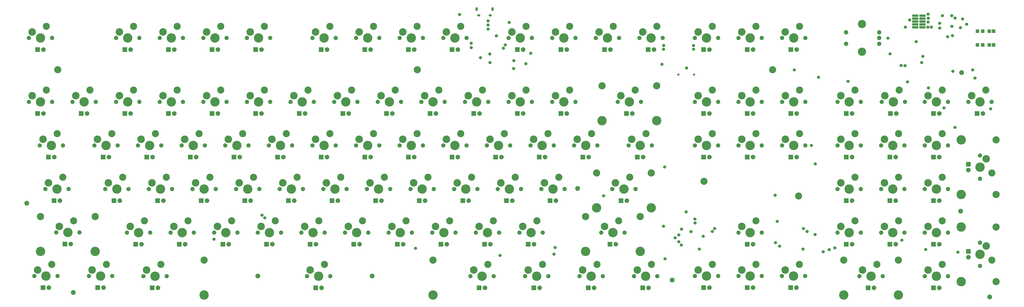
<source format=gts>
G04 Layer_Color=20142*
%FSTAX42Y42*%
%MOMM*%
G71*
G01*
G75*
G04:AMPARAMS|DCode=63|XSize=0.99mm|YSize=2.77mm|CornerRadius=0.16mm|HoleSize=0mm|Usage=FLASHONLY|Rotation=270.000|XOffset=0mm|YOffset=0mm|HoleType=Round|Shape=RoundedRectangle|*
%AMROUNDEDRECTD63*
21,1,0.99,2.44,0,0,270.0*
21,1,0.67,2.77,0,0,270.0*
1,1,0.32,-1.22,-0.33*
1,1,0.32,-1.22,0.33*
1,1,0.32,1.22,0.33*
1,1,0.32,1.22,-0.33*
%
%ADD63ROUNDEDRECTD63*%
%ADD64R,1.63X1.63*%
%ADD65R,1.50X1.65*%
%ADD66C,2.10*%
%ADD67C,1.00*%
%ADD68C,4.09*%
%ADD69C,3.15*%
%ADD70C,2.00*%
%ADD71R,2.00X2.00*%
%ADD72C,1.85*%
%ADD73C,4.10*%
%ADD74C,3.10*%
%ADD75C,3.30*%
%ADD76C,1.85*%
%ADD77C,3.60*%
%ADD78C,1.88*%
%ADD79O,1.35X1.05*%
%ADD80O,1.10X1.65*%
%ADD81R,2.00X2.00*%
%ADD82C,1.37*%
D63*
X039527Y01268D02*
D03*
Y012553D02*
D03*
Y012426D02*
D03*
Y012299D02*
D03*
Y012172D02*
D03*
X03921D02*
D03*
Y012299D02*
D03*
Y012426D02*
D03*
Y012553D02*
D03*
Y01268D02*
D03*
D64*
X041926Y011398D02*
D03*
X042155D02*
D03*
X041926Y011998D02*
D03*
X042155D02*
D03*
D65*
X042445Y011398D02*
D03*
X042635D02*
D03*
X042445Y011998D02*
D03*
X042635D02*
D03*
D66*
X028593Y00112D02*
D03*
X02446Y005123D02*
D03*
X002431Y00058D02*
D03*
X041191Y004138D02*
D03*
X000401Y004486D02*
D03*
X010488Y0013D02*
D03*
X015488D02*
D03*
X041232Y010185D02*
D03*
X042464Y000386D02*
D03*
D67*
X028867Y010103D02*
D03*
X029547D02*
D03*
D68*
X038472Y000468D02*
D03*
X036084D02*
D03*
X027199Y002374D02*
D03*
X024811D02*
D03*
X027675Y004278D02*
D03*
X025288D02*
D03*
X027913Y008089D02*
D03*
X025526D02*
D03*
X013146Y001294D02*
D03*
X008146Y000468D02*
D03*
X018146D02*
D03*
X001002Y011702D02*
D03*
X004812D02*
D03*
X006717D02*
D03*
X008622D02*
D03*
X010527D02*
D03*
X013385D02*
D03*
X01529D02*
D03*
X017195D02*
D03*
X019099D02*
D03*
X021957D02*
D03*
X023862D02*
D03*
X025767D02*
D03*
X027672D02*
D03*
X030092D02*
D03*
X031997D02*
D03*
X033902D02*
D03*
X001002Y008914D02*
D03*
X002907D02*
D03*
X004812D02*
D03*
X006717D02*
D03*
X010527D02*
D03*
X012432D02*
D03*
X014337D02*
D03*
X016242D02*
D03*
X018147D02*
D03*
X020052D02*
D03*
X021957D02*
D03*
X023862D02*
D03*
X030096Y008914D02*
D03*
X032001D02*
D03*
X036325D02*
D03*
X03825D02*
D03*
X040135D02*
D03*
X001478Y007009D02*
D03*
X00386D02*
D03*
X005765D02*
D03*
X007669D02*
D03*
X009575D02*
D03*
X011479D02*
D03*
X013385D02*
D03*
X01529D02*
D03*
X017195D02*
D03*
X019099D02*
D03*
X021004D02*
D03*
X02291D02*
D03*
X024815D02*
D03*
X030096D02*
D03*
X032001D02*
D03*
X033905D02*
D03*
X036325Y007009D02*
D03*
X03823D02*
D03*
X040135Y007009D02*
D03*
X001716Y005104D02*
D03*
X004336D02*
D03*
X006241D02*
D03*
X008146D02*
D03*
X010051D02*
D03*
X011956D02*
D03*
X013861D02*
D03*
X015766D02*
D03*
X017671D02*
D03*
X019576D02*
D03*
X021481D02*
D03*
X023386D02*
D03*
X036325Y005104D02*
D03*
X03823D02*
D03*
X040135D02*
D03*
X036325Y003199D02*
D03*
X03823Y003199D02*
D03*
X040135D02*
D03*
X005288Y003199D02*
D03*
X007193D02*
D03*
X009098D02*
D03*
X011003D02*
D03*
X012908D02*
D03*
X014813D02*
D03*
X016718D02*
D03*
X018623D02*
D03*
X020528D02*
D03*
X022433D02*
D03*
X032001Y003199D02*
D03*
X006003Y001294D02*
D03*
X02029D02*
D03*
X022671D02*
D03*
X030096Y001295D02*
D03*
X032001D02*
D03*
X033895D02*
D03*
X040135Y001294D02*
D03*
X027196Y007009D02*
D03*
X025053Y001294D02*
D03*
X027434D02*
D03*
X00124Y001295D02*
D03*
X003621D02*
D03*
X033905Y008914D02*
D03*
X008622Y008914D02*
D03*
X003386Y002374D02*
D03*
X000999D02*
D03*
X041215Y001053D02*
D03*
Y00344D02*
D03*
X041215Y004863D02*
D03*
Y00725D02*
D03*
X04204Y008914D02*
D03*
D69*
X038472Y001992D02*
D03*
X036084D02*
D03*
X027199Y003897D02*
D03*
X024811D02*
D03*
X027675Y005803D02*
D03*
X025288D02*
D03*
X027913Y009612D02*
D03*
X025526D02*
D03*
X008146Y001992D02*
D03*
X018146D02*
D03*
X003386Y003898D02*
D03*
X000999D02*
D03*
X042739Y001053D02*
D03*
Y00344D02*
D03*
X042739Y004863D02*
D03*
Y00725D02*
D03*
D70*
X037405Y000786D02*
D03*
X026132Y002691D02*
D03*
X026608Y004596D02*
D03*
X026846Y008406D02*
D03*
X013273Y000786D02*
D03*
X001129Y011194D02*
D03*
X004939D02*
D03*
X006844D02*
D03*
X008749D02*
D03*
X010654D02*
D03*
X013512D02*
D03*
X015416D02*
D03*
X017321D02*
D03*
X019226D02*
D03*
X022084D02*
D03*
X023989D02*
D03*
X025894D02*
D03*
X027799D02*
D03*
X030219D02*
D03*
X032124D02*
D03*
X034029D02*
D03*
X001129Y008406D02*
D03*
X003034D02*
D03*
X004939D02*
D03*
X006844D02*
D03*
X010654D02*
D03*
X012559D02*
D03*
X014464D02*
D03*
X016369D02*
D03*
X018274D02*
D03*
X020179D02*
D03*
X022084D02*
D03*
X023989D02*
D03*
X030223Y008406D02*
D03*
X032128D02*
D03*
X036452D02*
D03*
X038377D02*
D03*
X040262D02*
D03*
X001605Y006501D02*
D03*
X003987D02*
D03*
X005892D02*
D03*
X007796D02*
D03*
X009701D02*
D03*
X011607D02*
D03*
X013512D02*
D03*
X015416D02*
D03*
X017321D02*
D03*
X019226D02*
D03*
X021132D02*
D03*
X023037D02*
D03*
X024941D02*
D03*
X030223D02*
D03*
X032128D02*
D03*
X034032D02*
D03*
X036452Y006501D02*
D03*
X038357D02*
D03*
X040262Y006501D02*
D03*
X001843Y004596D02*
D03*
X004463D02*
D03*
X006368D02*
D03*
X008273D02*
D03*
X010178D02*
D03*
X012083D02*
D03*
X013988D02*
D03*
X015893D02*
D03*
X017798D02*
D03*
X019703D02*
D03*
X021608D02*
D03*
X023513D02*
D03*
X036452Y004596D02*
D03*
X038357D02*
D03*
X040262D02*
D03*
X036452Y002691D02*
D03*
X038357Y002691D02*
D03*
X040262D02*
D03*
X005415Y002691D02*
D03*
X00732D02*
D03*
X009225D02*
D03*
X01113D02*
D03*
X013035D02*
D03*
X01494D02*
D03*
X016845D02*
D03*
X01875D02*
D03*
X020655D02*
D03*
X02256D02*
D03*
X032128Y002691D02*
D03*
X00613Y000786D02*
D03*
X020417D02*
D03*
X022798D02*
D03*
X030223Y000787D02*
D03*
X032128D02*
D03*
X034022D02*
D03*
X040262Y000786D02*
D03*
X027323Y006501D02*
D03*
X02518Y000786D02*
D03*
X027561D02*
D03*
X001367Y000787D02*
D03*
X003748D02*
D03*
X034032Y008406D02*
D03*
X008749Y008406D02*
D03*
X002319Y002692D02*
D03*
X041532Y002119D02*
D03*
X041532Y005929D02*
D03*
X042167Y008406D02*
D03*
D71*
X037151Y000786D02*
D03*
X025878Y002691D02*
D03*
X026354Y004596D02*
D03*
X026592Y008406D02*
D03*
X013019Y000786D02*
D03*
X000875Y011194D02*
D03*
X004685D02*
D03*
X00659D02*
D03*
X008495D02*
D03*
X0104D02*
D03*
X013257D02*
D03*
X015162D02*
D03*
X017068D02*
D03*
X018973D02*
D03*
X02183D02*
D03*
X023735D02*
D03*
X02564D02*
D03*
X027545D02*
D03*
X029965D02*
D03*
X03187D02*
D03*
X033775D02*
D03*
X000875Y008406D02*
D03*
X00278D02*
D03*
X004685D02*
D03*
X00659D02*
D03*
X0104D02*
D03*
X012305D02*
D03*
X01421D02*
D03*
X016115D02*
D03*
X01802D02*
D03*
X019925D02*
D03*
X02183D02*
D03*
X023735D02*
D03*
X029969Y008406D02*
D03*
X031874D02*
D03*
X036198D02*
D03*
X038123D02*
D03*
X040008D02*
D03*
X001351Y006501D02*
D03*
X003733D02*
D03*
X005638D02*
D03*
X007543D02*
D03*
X009447D02*
D03*
X011353D02*
D03*
X013257D02*
D03*
X015162D02*
D03*
X017068D02*
D03*
X018973D02*
D03*
X020877D02*
D03*
X022782D02*
D03*
X024688D02*
D03*
X029969D02*
D03*
X031874D02*
D03*
X033778D02*
D03*
X036198Y006501D02*
D03*
X038103D02*
D03*
X040008Y006501D02*
D03*
X001589Y004596D02*
D03*
X004209D02*
D03*
X006114D02*
D03*
X008019D02*
D03*
X009924D02*
D03*
X011829D02*
D03*
X013734D02*
D03*
X015639D02*
D03*
X017544D02*
D03*
X019449D02*
D03*
X021354D02*
D03*
X023259D02*
D03*
X036198Y004596D02*
D03*
X038103D02*
D03*
X040008D02*
D03*
X036198Y002691D02*
D03*
X038103Y002691D02*
D03*
X040008D02*
D03*
X005161Y002691D02*
D03*
X007066D02*
D03*
X008971D02*
D03*
X010876D02*
D03*
X012781D02*
D03*
X014686D02*
D03*
X016591D02*
D03*
X018496D02*
D03*
X020401D02*
D03*
X022306D02*
D03*
X031874Y002691D02*
D03*
X005876Y000786D02*
D03*
X020163D02*
D03*
X022544D02*
D03*
X029969Y000787D02*
D03*
X031874D02*
D03*
X033768D02*
D03*
X040008Y000786D02*
D03*
X027069Y006501D02*
D03*
X024926Y000786D02*
D03*
X027307D02*
D03*
X001113Y000787D02*
D03*
X003494D02*
D03*
X033778Y008406D02*
D03*
X008495Y008406D02*
D03*
X002066Y002692D02*
D03*
X041913Y008406D02*
D03*
D72*
X03677Y001294D02*
D03*
X037786D02*
D03*
X025497Y003199D02*
D03*
X026513D02*
D03*
X025973Y005104D02*
D03*
X026989D02*
D03*
X026211Y008914D02*
D03*
X027227D02*
D03*
X001684Y0032D02*
D03*
X0027D02*
D03*
X04204Y002754D02*
D03*
Y001738D02*
D03*
X04204Y006564D02*
D03*
Y005548D02*
D03*
D73*
X037278Y001294D02*
D03*
X026005Y003199D02*
D03*
X026481Y005104D02*
D03*
X02672Y008914D02*
D03*
X002192Y0032D02*
D03*
X04204Y002246D02*
D03*
X04204Y006056D02*
D03*
D74*
X037532Y001807D02*
D03*
X026259Y003712D02*
D03*
X026735Y005617D02*
D03*
X026973Y009427D02*
D03*
X0134Y001807D02*
D03*
X001256Y012215D02*
D03*
X005066D02*
D03*
X006971D02*
D03*
X008876D02*
D03*
X010781D02*
D03*
X013638D02*
D03*
X015543D02*
D03*
X017449D02*
D03*
X019354D02*
D03*
X022211D02*
D03*
X024116D02*
D03*
X026021D02*
D03*
X027926D02*
D03*
X030346D02*
D03*
X032251D02*
D03*
X034156D02*
D03*
X001256Y009427D02*
D03*
X003161D02*
D03*
X005066D02*
D03*
X006971D02*
D03*
X010781D02*
D03*
X012686D02*
D03*
X014591D02*
D03*
X016496D02*
D03*
X018401D02*
D03*
X020306D02*
D03*
X022211D02*
D03*
X024116D02*
D03*
X03035Y009427D02*
D03*
X032255D02*
D03*
X036579D02*
D03*
X038504D02*
D03*
X040389D02*
D03*
X001732Y007522D02*
D03*
X004113D02*
D03*
X006019D02*
D03*
X007924D02*
D03*
X009829D02*
D03*
X011733D02*
D03*
X013638D02*
D03*
X015543D02*
D03*
X017449D02*
D03*
X019354D02*
D03*
X021259D02*
D03*
X023163D02*
D03*
X025068D02*
D03*
X03035D02*
D03*
X032255D02*
D03*
X034159D02*
D03*
X036579Y007522D02*
D03*
X038484D02*
D03*
X040389Y007522D02*
D03*
X00197Y005617D02*
D03*
X00459D02*
D03*
X006495D02*
D03*
X0084D02*
D03*
X010305D02*
D03*
X01221D02*
D03*
X014115D02*
D03*
X01602D02*
D03*
X017925D02*
D03*
X01983D02*
D03*
X021735D02*
D03*
X02364D02*
D03*
X036579Y005617D02*
D03*
X038484D02*
D03*
X040389D02*
D03*
X036579Y003712D02*
D03*
X038484Y003712D02*
D03*
X040389D02*
D03*
X005542Y003712D02*
D03*
X007447D02*
D03*
X009352D02*
D03*
X011257D02*
D03*
X013162D02*
D03*
X015067D02*
D03*
X016972D02*
D03*
X018877D02*
D03*
X020782D02*
D03*
X022687D02*
D03*
X032255Y003712D02*
D03*
X006257Y001807D02*
D03*
X020544D02*
D03*
X022925D02*
D03*
X03035Y001808D02*
D03*
X032255D02*
D03*
X034149D02*
D03*
X040389Y001807D02*
D03*
X032982Y010314D02*
D03*
X001752D02*
D03*
X01746Y010315D02*
D03*
X02745Y007522D02*
D03*
X025307Y001807D02*
D03*
X027688D02*
D03*
X001494Y001808D02*
D03*
X003875D02*
D03*
X034159Y009427D02*
D03*
X008876Y009427D02*
D03*
X002447Y003713D02*
D03*
X042553Y001992D02*
D03*
X042553Y005802D02*
D03*
X02998Y005436D02*
D03*
X042294Y009427D02*
D03*
X034112Y004793D02*
D03*
D75*
X03691Y001561D02*
D03*
X025637Y003466D02*
D03*
X026113Y005371D02*
D03*
X026351Y009181D02*
D03*
X012778Y001561D02*
D03*
X000634Y011969D02*
D03*
X004444D02*
D03*
X006349D02*
D03*
X008254D02*
D03*
X010159D02*
D03*
X013016D02*
D03*
X014921D02*
D03*
X016826D02*
D03*
X018731D02*
D03*
X021589D02*
D03*
X023494D02*
D03*
X025399D02*
D03*
X027304D02*
D03*
X029724D02*
D03*
X031629D02*
D03*
X033533D02*
D03*
X000634Y009181D02*
D03*
X002539D02*
D03*
X004444D02*
D03*
X006349D02*
D03*
X010159D02*
D03*
X012064D02*
D03*
X013969D02*
D03*
X015874D02*
D03*
X017779D02*
D03*
X019684D02*
D03*
X021589D02*
D03*
X023494D02*
D03*
X029727Y009181D02*
D03*
X031632D02*
D03*
X035957D02*
D03*
X037881D02*
D03*
X039767D02*
D03*
X00111Y007276D02*
D03*
X003491D02*
D03*
X005396D02*
D03*
X007301D02*
D03*
X009206D02*
D03*
X011111D02*
D03*
X013016D02*
D03*
X014921D02*
D03*
X016826D02*
D03*
X018731D02*
D03*
X020636D02*
D03*
X022541D02*
D03*
X024446D02*
D03*
X029727D02*
D03*
X031632D02*
D03*
X033537D02*
D03*
X035957Y007276D02*
D03*
X037862D02*
D03*
X039767Y007276D02*
D03*
X001348Y005371D02*
D03*
X003967D02*
D03*
X005872D02*
D03*
X007777D02*
D03*
X009682D02*
D03*
X011587D02*
D03*
X013492D02*
D03*
X015397D02*
D03*
X017302D02*
D03*
X019207D02*
D03*
X021112D02*
D03*
X023017D02*
D03*
X035957Y005371D02*
D03*
X037862D02*
D03*
X039767D02*
D03*
X035957Y003466D02*
D03*
X037862Y003466D02*
D03*
X039767D02*
D03*
X00492Y003466D02*
D03*
X006825D02*
D03*
X00873D02*
D03*
X010635D02*
D03*
X01254D02*
D03*
X014445D02*
D03*
X01635D02*
D03*
X018255D02*
D03*
X02016D02*
D03*
X022065D02*
D03*
X031632Y003466D02*
D03*
X005634Y001561D02*
D03*
X019922D02*
D03*
X022303D02*
D03*
X029727Y001561D02*
D03*
X031632D02*
D03*
X033527D02*
D03*
X039767Y001561D02*
D03*
X026827Y007276D02*
D03*
X024684Y001561D02*
D03*
X027066D02*
D03*
X000872Y001562D02*
D03*
X003253D02*
D03*
X033537Y009181D02*
D03*
X008254Y009181D02*
D03*
X001824Y003466D02*
D03*
X042307Y002615D02*
D03*
X042307Y006425D02*
D03*
X041672Y009181D02*
D03*
D76*
X013654Y001294D02*
D03*
X012638D02*
D03*
X00151Y011702D02*
D03*
X000494D02*
D03*
X00532D02*
D03*
X004304D02*
D03*
X007225D02*
D03*
X006209D02*
D03*
X00913D02*
D03*
X008114D02*
D03*
X011035D02*
D03*
X010019D02*
D03*
X013893D02*
D03*
X012876D02*
D03*
X015798D02*
D03*
X014782D02*
D03*
X017702D02*
D03*
X016687D02*
D03*
X019607D02*
D03*
X018591D02*
D03*
X022465D02*
D03*
X021449D02*
D03*
X02437D02*
D03*
X023354D02*
D03*
X026275D02*
D03*
X025259D02*
D03*
X02818D02*
D03*
X027164D02*
D03*
X0306D02*
D03*
X029584D02*
D03*
X032505D02*
D03*
X031489D02*
D03*
X03441D02*
D03*
X033394D02*
D03*
X00151Y008914D02*
D03*
X000494D02*
D03*
X003415D02*
D03*
X002399D02*
D03*
X00532D02*
D03*
X004304D02*
D03*
X007225D02*
D03*
X006209D02*
D03*
X011035D02*
D03*
X010019D02*
D03*
X01294D02*
D03*
X011924D02*
D03*
X014845D02*
D03*
X013829D02*
D03*
X01675D02*
D03*
X015734D02*
D03*
X018655D02*
D03*
X017639D02*
D03*
X02056D02*
D03*
X019544D02*
D03*
X022465D02*
D03*
X021449D02*
D03*
X02437D02*
D03*
X023354D02*
D03*
X030604Y008914D02*
D03*
X029588D02*
D03*
X032509D02*
D03*
X031493D02*
D03*
X036833D02*
D03*
X035817D02*
D03*
X038758D02*
D03*
X037742D02*
D03*
X040643D02*
D03*
X039627D02*
D03*
X001986Y007009D02*
D03*
X00097D02*
D03*
X004367D02*
D03*
X003351D02*
D03*
X006272D02*
D03*
X005256D02*
D03*
X008178D02*
D03*
X007161D02*
D03*
X010082D02*
D03*
X009067D02*
D03*
X011988D02*
D03*
X010971D02*
D03*
X013893D02*
D03*
X012876D02*
D03*
X015798D02*
D03*
X014782D02*
D03*
X017702D02*
D03*
X016687D02*
D03*
X019607D02*
D03*
X018591D02*
D03*
X021512D02*
D03*
X020496D02*
D03*
X023418D02*
D03*
X022401D02*
D03*
X025323D02*
D03*
X024307D02*
D03*
X030604D02*
D03*
X029588D02*
D03*
X032509D02*
D03*
X031493D02*
D03*
X034413D02*
D03*
X033397D02*
D03*
X036833Y007009D02*
D03*
X035817D02*
D03*
X038738D02*
D03*
X037722D02*
D03*
X040643Y007009D02*
D03*
X039627D02*
D03*
X002224Y005104D02*
D03*
X001208D02*
D03*
X004844D02*
D03*
X003828D02*
D03*
X006749D02*
D03*
X005733D02*
D03*
X008654D02*
D03*
X007638D02*
D03*
X010559D02*
D03*
X009543D02*
D03*
X012464D02*
D03*
X011448D02*
D03*
X014369D02*
D03*
X013353D02*
D03*
X016274D02*
D03*
X015258D02*
D03*
X018179D02*
D03*
X017163D02*
D03*
X020084D02*
D03*
X019068D02*
D03*
X021989D02*
D03*
X020973D02*
D03*
X023894D02*
D03*
X022878D02*
D03*
X036833Y005104D02*
D03*
X035817D02*
D03*
X038738D02*
D03*
X037722D02*
D03*
X040643D02*
D03*
X039627D02*
D03*
X036833Y003199D02*
D03*
X035817D02*
D03*
X038738Y003199D02*
D03*
X037722D02*
D03*
X040643D02*
D03*
X039627D02*
D03*
X005796Y003199D02*
D03*
X00478D02*
D03*
X007701D02*
D03*
X006685D02*
D03*
X009606D02*
D03*
X00859D02*
D03*
X011511D02*
D03*
X010495D02*
D03*
X013416D02*
D03*
X0124D02*
D03*
X015321D02*
D03*
X014305D02*
D03*
X017226D02*
D03*
X01621D02*
D03*
X019131D02*
D03*
X018115D02*
D03*
X021036D02*
D03*
X02002D02*
D03*
X022941D02*
D03*
X021925D02*
D03*
X032509Y003199D02*
D03*
X031493D02*
D03*
X006511Y001294D02*
D03*
X005495D02*
D03*
X020798D02*
D03*
X019782D02*
D03*
X023179D02*
D03*
X022163D02*
D03*
X030604Y001295D02*
D03*
X029588D02*
D03*
X032509D02*
D03*
X031493D02*
D03*
X034403D02*
D03*
X033387D02*
D03*
X040643Y001294D02*
D03*
X039627D02*
D03*
X027704Y007009D02*
D03*
X026688D02*
D03*
X025561Y001294D02*
D03*
X024545D02*
D03*
X027942D02*
D03*
X026926D02*
D03*
X001748Y001295D02*
D03*
X000732D02*
D03*
X004129D02*
D03*
X003113D02*
D03*
X034413Y008914D02*
D03*
X033397D02*
D03*
X00913Y008914D02*
D03*
X008114D02*
D03*
X042548Y008914D02*
D03*
X041532D02*
D03*
D77*
X036885Y011105D02*
D03*
Y012312D02*
D03*
D78*
X036185Y011452D02*
D03*
Y011952D02*
D03*
X037635Y011452D02*
D03*
Y011702D02*
D03*
Y011952D02*
D03*
D79*
X020147Y012694D02*
D03*
X020647D02*
D03*
D80*
X020047Y012964D02*
D03*
X020747D02*
D03*
D81*
X041532Y002373D02*
D03*
X041532Y006183D02*
D03*
D82*
X034845Y006198D02*
D03*
X008579Y002909D02*
D03*
X0256Y0048D02*
D03*
X020549Y01209D02*
D03*
X040942Y012578D02*
D03*
X039771Y012743D02*
D03*
X029416Y003238D02*
D03*
X029002Y00335D02*
D03*
X028146Y010549D02*
D03*
X028214Y003475D02*
D03*
X02826Y006066D02*
D03*
X029202Y0041D02*
D03*
X033183Y003686D02*
D03*
X028885Y003094D02*
D03*
X038969Y012494D02*
D03*
X038781Y012179D02*
D03*
X041278Y012532D02*
D03*
X040278Y012347D02*
D03*
X039256Y011547D02*
D03*
X038113Y011006D02*
D03*
X040838Y011806D02*
D03*
X029522Y011212D02*
D03*
X029525Y011374D02*
D03*
X033924Y010309D02*
D03*
X040275Y012139D02*
D03*
X041453Y012302D02*
D03*
X038874Y009785D02*
D03*
X039788Y009521D02*
D03*
X040945Y007795D02*
D03*
X036276Y009805D02*
D03*
X019305Y012728D02*
D03*
X021477Y012383D02*
D03*
X028278Y00205D02*
D03*
X030348Y003248D02*
D03*
X03449D02*
D03*
X034327Y00337D02*
D03*
X03045D02*
D03*
X02978Y002477D02*
D03*
X033288Y002602D02*
D03*
X033089Y004831D02*
D03*
X021071Y002192D02*
D03*
X023426Y002253D02*
D03*
X04081Y01221D02*
D03*
X0108Y00384D02*
D03*
X02959Y00362D02*
D03*
X02958Y00379D02*
D03*
X01068Y00396D02*
D03*
X02899Y00265D02*
D03*
X02888Y0028D02*
D03*
X02872Y00297D02*
D03*
X02348Y00254D02*
D03*
X02995Y00303D02*
D03*
X0357Y00253D02*
D03*
X03545Y00245D02*
D03*
X03967Y00246D02*
D03*
X03519Y00236D02*
D03*
X04107Y00234D02*
D03*
X020549Y012446D02*
D03*
Y012268D02*
D03*
X020914Y011801D02*
D03*
X03954Y010896D02*
D03*
X021674Y010716D02*
D03*
X039494Y010632D02*
D03*
X02241Y011039D02*
D03*
X021664Y010366D02*
D03*
X02063Y011001D02*
D03*
X022202Y010577D02*
D03*
X034983Y009982D02*
D03*
X019814Y011477D02*
D03*
Y011277D02*
D03*
X0213Y011397D02*
D03*
X021219Y011252D02*
D03*
X028219Y011372D02*
D03*
X028214Y011209D02*
D03*
X020638Y010632D02*
D03*
X020218Y010841D02*
D03*
X02922Y010389D02*
D03*
X03431Y002479D02*
D03*
X034836Y003114D02*
D03*
X038019Y011694D02*
D03*
X040805Y01268D02*
D03*
X040394D02*
D03*
X040857Y010244D02*
D03*
X038758Y010493D02*
D03*
X038595Y0105D02*
D03*
X033106Y002756D02*
D03*
X041186Y012151D02*
D03*
X039911Y012174D02*
D03*
X039759Y012177D02*
D03*
X039776Y012568D02*
D03*
X039769Y012398D02*
D03*
X040622Y011755D02*
D03*
X038625Y002864D02*
D03*
X017382Y002512D02*
D03*
X040466Y008646D02*
D03*
X042503Y008606D02*
D03*
X034675Y007003D02*
D03*
X041713Y010308D02*
D03*
X04182Y009952D02*
D03*
M02*

</source>
